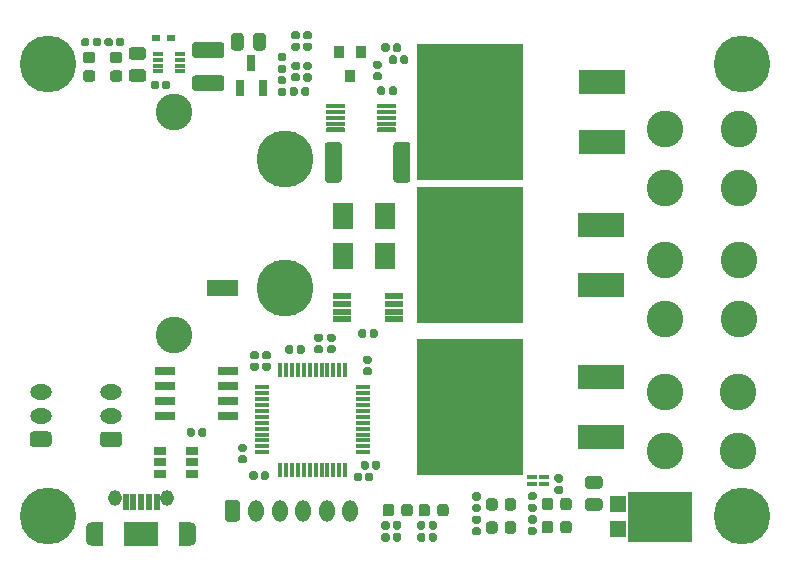
<source format=gbr>
G04 #@! TF.GenerationSoftware,KiCad,Pcbnew,5.1.6-c6e7f7d~87~ubuntu19.10.1*
G04 #@! TF.CreationDate,2021-03-17T15:36:07-04:00*
G04 #@! TF.ProjectId,icarus,69636172-7573-42e6-9b69-6361645f7063,V1.0*
G04 #@! TF.SameCoordinates,Original*
G04 #@! TF.FileFunction,Soldermask,Top*
G04 #@! TF.FilePolarity,Negative*
%FSLAX46Y46*%
G04 Gerber Fmt 4.6, Leading zero omitted, Abs format (unit mm)*
G04 Created by KiCad (PCBNEW 5.1.6-c6e7f7d~87~ubuntu19.10.1) date 2021-03-17 15:36:07*
%MOMM*%
%LPD*%
G01*
G04 APERTURE LIST*
%ADD10R,1.293800X0.404800*%
%ADD11R,0.404800X1.293800*%
%ADD12O,1.300000X1.850000*%
%ADD13R,1.651000X0.711200*%
%ADD14C,4.817600*%
%ADD15C,3.101600*%
%ADD16R,3.910000X2.106600*%
%ADD17R,9.091600X11.606200*%
%ADD18R,0.863600X0.355600*%
%ADD19O,1.150000X1.350000*%
%ADD20R,0.500000X1.450000*%
%ADD21O,1.100000X2.000000*%
%ADD22R,3.000000X2.000000*%
%ADD23R,0.975000X2.000000*%
%ADD24R,1.751000X2.284400*%
%ADD25R,0.800000X0.600000*%
%ADD26C,4.800000*%
%ADD27R,0.901600X1.001600*%
%ADD28R,0.740000X1.440000*%
%ADD29R,0.950000X0.400000*%
%ADD30R,5.410200X4.241800*%
%ADD31R,1.447800X1.447800*%
%ADD32R,1.498600X0.533400*%
%ADD33R,1.100000X0.650000*%
%ADD34O,1.850000X1.300000*%
%ADD35R,1.371600X1.371600*%
G04 APERTURE END LIST*
D10*
G04 #@! TO.C,U2*
X142349999Y-116050000D03*
X142349999Y-115550001D03*
X142349999Y-115049999D03*
X142349999Y-114550000D03*
X142349999Y-114050001D03*
X142349999Y-113550000D03*
X142349999Y-113050000D03*
X142349999Y-112549999D03*
X142349999Y-112050000D03*
X142349999Y-111550001D03*
X142349999Y-111049999D03*
X142349999Y-110550000D03*
D11*
X140850000Y-109050001D03*
X140350001Y-109050001D03*
X139849999Y-109050001D03*
X139350000Y-109050001D03*
X138850001Y-109050001D03*
X138350000Y-109050001D03*
X137850000Y-109050001D03*
X137349999Y-109050001D03*
X136850000Y-109050001D03*
X136350001Y-109050001D03*
X135849999Y-109050001D03*
X135350000Y-109050001D03*
D10*
X133850001Y-110550000D03*
X133850001Y-111049999D03*
X133850001Y-111550001D03*
X133850001Y-112050000D03*
X133850001Y-112549999D03*
X133850001Y-113050000D03*
X133850001Y-113550000D03*
X133850001Y-114050001D03*
X133850001Y-114550000D03*
X133850001Y-115049999D03*
X133850001Y-115550001D03*
X133850001Y-116050000D03*
D11*
X135350000Y-117549999D03*
X135849999Y-117549999D03*
X136350001Y-117549999D03*
X136850000Y-117549999D03*
X137349999Y-117549999D03*
X137850000Y-117549999D03*
X138350000Y-117549999D03*
X138850001Y-117549999D03*
X139350000Y-117549999D03*
X139849999Y-117549999D03*
X140350001Y-117549999D03*
X140850000Y-117549999D03*
G04 #@! TD*
G04 #@! TO.C,J3*
G36*
G01*
X130650000Y-121654168D02*
X130650000Y-120345832D01*
G75*
G02*
X130920832Y-120075000I270832J0D01*
G01*
X131679168Y-120075000D01*
G75*
G02*
X131950000Y-120345832I0J-270832D01*
G01*
X131950000Y-121654168D01*
G75*
G02*
X131679168Y-121925000I-270832J0D01*
G01*
X130920832Y-121925000D01*
G75*
G02*
X130650000Y-121654168I0J270832D01*
G01*
G37*
D12*
X133300000Y-121000000D03*
X135300000Y-121000000D03*
X137300000Y-121000000D03*
X139300000Y-121000000D03*
X141300000Y-121000000D03*
G04 #@! TD*
G04 #@! TO.C,R15*
G36*
G01*
X145235000Y-82627500D02*
X145235000Y-83022500D01*
G75*
G02*
X145062500Y-83195000I-172500J0D01*
G01*
X144717500Y-83195000D01*
G75*
G02*
X144545000Y-83022500I0J172500D01*
G01*
X144545000Y-82627500D01*
G75*
G02*
X144717500Y-82455000I172500J0D01*
G01*
X145062500Y-82455000D01*
G75*
G02*
X145235000Y-82627500I0J-172500D01*
G01*
G37*
G36*
G01*
X146205000Y-82627500D02*
X146205000Y-83022500D01*
G75*
G02*
X146032500Y-83195000I-172500J0D01*
G01*
X145687500Y-83195000D01*
G75*
G02*
X145515000Y-83022500I0J172500D01*
G01*
X145515000Y-82627500D01*
G75*
G02*
X145687500Y-82455000I172500J0D01*
G01*
X146032500Y-82455000D01*
G75*
G02*
X146205000Y-82627500I0J-172500D01*
G01*
G37*
G04 #@! TD*
G04 #@! TO.C,R7*
G36*
G01*
X137472500Y-80405000D02*
X137867500Y-80405000D01*
G75*
G02*
X138040000Y-80577500I0J-172500D01*
G01*
X138040000Y-80922500D01*
G75*
G02*
X137867500Y-81095000I-172500J0D01*
G01*
X137472500Y-81095000D01*
G75*
G02*
X137300000Y-80922500I0J172500D01*
G01*
X137300000Y-80577500D01*
G75*
G02*
X137472500Y-80405000I172500J0D01*
G01*
G37*
G36*
G01*
X137472500Y-81375000D02*
X137867500Y-81375000D01*
G75*
G02*
X138040000Y-81547500I0J-172500D01*
G01*
X138040000Y-81892500D01*
G75*
G02*
X137867500Y-82065000I-172500J0D01*
G01*
X137472500Y-82065000D01*
G75*
G02*
X137300000Y-81892500I0J172500D01*
G01*
X137300000Y-81547500D01*
G75*
G02*
X137472500Y-81375000I172500J0D01*
G01*
G37*
G04 #@! TD*
G04 #@! TO.C,R16*
G36*
G01*
X136867500Y-83685000D02*
X136472500Y-83685000D01*
G75*
G02*
X136300000Y-83512500I0J172500D01*
G01*
X136300000Y-83167500D01*
G75*
G02*
X136472500Y-82995000I172500J0D01*
G01*
X136867500Y-82995000D01*
G75*
G02*
X137040000Y-83167500I0J-172500D01*
G01*
X137040000Y-83512500D01*
G75*
G02*
X136867500Y-83685000I-172500J0D01*
G01*
G37*
G36*
G01*
X136867500Y-84655000D02*
X136472500Y-84655000D01*
G75*
G02*
X136300000Y-84482500I0J172500D01*
G01*
X136300000Y-84137500D01*
G75*
G02*
X136472500Y-83965000I172500J0D01*
G01*
X136867500Y-83965000D01*
G75*
G02*
X137040000Y-84137500I0J-172500D01*
G01*
X137040000Y-84482500D01*
G75*
G02*
X136867500Y-84655000I-172500J0D01*
G01*
G37*
G04 #@! TD*
G04 #@! TO.C,R9*
G36*
G01*
X136857500Y-82065000D02*
X136462500Y-82065000D01*
G75*
G02*
X136290000Y-81892500I0J172500D01*
G01*
X136290000Y-81547500D01*
G75*
G02*
X136462500Y-81375000I172500J0D01*
G01*
X136857500Y-81375000D01*
G75*
G02*
X137030000Y-81547500I0J-172500D01*
G01*
X137030000Y-81892500D01*
G75*
G02*
X136857500Y-82065000I-172500J0D01*
G01*
G37*
G36*
G01*
X136857500Y-81095000D02*
X136462500Y-81095000D01*
G75*
G02*
X136290000Y-80922500I0J172500D01*
G01*
X136290000Y-80577500D01*
G75*
G02*
X136462500Y-80405000I172500J0D01*
G01*
X136857500Y-80405000D01*
G75*
G02*
X137030000Y-80577500I0J-172500D01*
G01*
X137030000Y-80922500D01*
G75*
G02*
X136857500Y-81095000I-172500J0D01*
G01*
G37*
G04 #@! TD*
G04 #@! TO.C,C14*
G36*
G01*
X137130000Y-85707500D02*
X137130000Y-85312500D01*
G75*
G02*
X137302500Y-85140000I172500J0D01*
G01*
X137647500Y-85140000D01*
G75*
G02*
X137820000Y-85312500I0J-172500D01*
G01*
X137820000Y-85707500D01*
G75*
G02*
X137647500Y-85880000I-172500J0D01*
G01*
X137302500Y-85880000D01*
G75*
G02*
X137130000Y-85707500I0J172500D01*
G01*
G37*
G36*
G01*
X136160000Y-85707500D02*
X136160000Y-85312500D01*
G75*
G02*
X136332500Y-85140000I172500J0D01*
G01*
X136677500Y-85140000D01*
G75*
G02*
X136850000Y-85312500I0J-172500D01*
G01*
X136850000Y-85707500D01*
G75*
G02*
X136677500Y-85880000I-172500J0D01*
G01*
X136332500Y-85880000D01*
G75*
G02*
X136160000Y-85707500I0J172500D01*
G01*
G37*
G04 #@! TD*
G04 #@! TO.C,R14*
G36*
G01*
X137472500Y-83000000D02*
X137867500Y-83000000D01*
G75*
G02*
X138040000Y-83172500I0J-172500D01*
G01*
X138040000Y-83517500D01*
G75*
G02*
X137867500Y-83690000I-172500J0D01*
G01*
X137472500Y-83690000D01*
G75*
G02*
X137300000Y-83517500I0J172500D01*
G01*
X137300000Y-83172500D01*
G75*
G02*
X137472500Y-83000000I172500J0D01*
G01*
G37*
G36*
G01*
X137472500Y-83970000D02*
X137867500Y-83970000D01*
G75*
G02*
X138040000Y-84142500I0J-172500D01*
G01*
X138040000Y-84487500D01*
G75*
G02*
X137867500Y-84660000I-172500J0D01*
G01*
X137472500Y-84660000D01*
G75*
G02*
X137300000Y-84487500I0J172500D01*
G01*
X137300000Y-84142500D01*
G75*
G02*
X137472500Y-83970000I172500J0D01*
G01*
G37*
G04 #@! TD*
D13*
G04 #@! TO.C,U3*
X130970000Y-112945000D03*
X130970000Y-111675000D03*
X130970000Y-110405000D03*
X130970000Y-109135000D03*
X125570000Y-109135000D03*
X125570000Y-110405000D03*
X125570000Y-111675000D03*
X125570000Y-112945000D03*
G04 #@! TD*
D14*
G04 #@! TO.C,U4*
X135800000Y-91210000D03*
X135800000Y-102110000D03*
D15*
X126400000Y-106110000D03*
X126400000Y-87210000D03*
G04 #@! TD*
D16*
G04 #@! TO.C,MOSFET5*
X162530399Y-101845000D03*
X162530399Y-96765000D03*
D17*
X151430398Y-99305000D03*
G04 #@! TD*
D16*
G04 #@! TO.C,MOSFET1*
X162505001Y-114765000D03*
X162505001Y-109685000D03*
D17*
X151405000Y-112225000D03*
G04 #@! TD*
D18*
G04 #@! TO.C,U15*
X156694400Y-118170000D03*
X156694400Y-118728800D03*
X157685000Y-118728800D03*
X157685000Y-118170000D03*
G04 #@! TD*
G04 #@! TO.C,C17*
G36*
G01*
X158747500Y-118890000D02*
X159142500Y-118890000D01*
G75*
G02*
X159315000Y-119062500I0J-172500D01*
G01*
X159315000Y-119407500D01*
G75*
G02*
X159142500Y-119580000I-172500J0D01*
G01*
X158747500Y-119580000D01*
G75*
G02*
X158575000Y-119407500I0J172500D01*
G01*
X158575000Y-119062500D01*
G75*
G02*
X158747500Y-118890000I172500J0D01*
G01*
G37*
G36*
G01*
X158747500Y-117920000D02*
X159142500Y-117920000D01*
G75*
G02*
X159315000Y-118092500I0J-172500D01*
G01*
X159315000Y-118437500D01*
G75*
G02*
X159142500Y-118610000I-172500J0D01*
G01*
X158747500Y-118610000D01*
G75*
G02*
X158575000Y-118437500I0J172500D01*
G01*
X158575000Y-118092500D01*
G75*
G02*
X158747500Y-117920000I172500J0D01*
G01*
G37*
G04 #@! TD*
D19*
G04 #@! TO.C,J4*
X121355000Y-119930000D03*
D20*
X122280000Y-120255000D03*
X122930000Y-120255000D03*
X123580000Y-120255000D03*
X124880000Y-120255000D03*
D19*
X125805000Y-119930000D03*
D21*
X119405000Y-122930000D03*
X127755000Y-122930000D03*
D20*
X124230000Y-120255000D03*
D22*
X123580000Y-122930000D03*
D23*
X127317500Y-122930000D03*
X119842500Y-122930000D03*
G04 #@! TD*
G04 #@! TO.C,U8*
G36*
G01*
X139254200Y-86883100D02*
X139254200Y-86596900D01*
G75*
G02*
X139301900Y-86549200I47700J0D01*
G01*
X140778100Y-86549200D01*
G75*
G02*
X140825800Y-86596900I0J-47700D01*
G01*
X140825800Y-86883100D01*
G75*
G02*
X140778100Y-86930800I-47700J0D01*
G01*
X139301900Y-86930800D01*
G75*
G02*
X139254200Y-86883100I0J47700D01*
G01*
G37*
G36*
G01*
X139254200Y-87383100D02*
X139254200Y-87096900D01*
G75*
G02*
X139301900Y-87049200I47700J0D01*
G01*
X140778100Y-87049200D01*
G75*
G02*
X140825800Y-87096900I0J-47700D01*
G01*
X140825800Y-87383100D01*
G75*
G02*
X140778100Y-87430800I-47700J0D01*
G01*
X139301900Y-87430800D01*
G75*
G02*
X139254200Y-87383100I0J47700D01*
G01*
G37*
G36*
G01*
X139254200Y-87883100D02*
X139254200Y-87596900D01*
G75*
G02*
X139301900Y-87549200I47700J0D01*
G01*
X140778100Y-87549200D01*
G75*
G02*
X140825800Y-87596900I0J-47700D01*
G01*
X140825800Y-87883100D01*
G75*
G02*
X140778100Y-87930800I-47700J0D01*
G01*
X139301900Y-87930800D01*
G75*
G02*
X139254200Y-87883100I0J47700D01*
G01*
G37*
G36*
G01*
X139254200Y-88383100D02*
X139254200Y-88096900D01*
G75*
G02*
X139301900Y-88049200I47700J0D01*
G01*
X140778100Y-88049200D01*
G75*
G02*
X140825800Y-88096900I0J-47700D01*
G01*
X140825800Y-88383100D01*
G75*
G02*
X140778100Y-88430800I-47700J0D01*
G01*
X139301900Y-88430800D01*
G75*
G02*
X139254200Y-88383100I0J47700D01*
G01*
G37*
G36*
G01*
X139254200Y-88883100D02*
X139254200Y-88596900D01*
G75*
G02*
X139301900Y-88549200I47700J0D01*
G01*
X140778100Y-88549200D01*
G75*
G02*
X140825800Y-88596900I0J-47700D01*
G01*
X140825800Y-88883100D01*
G75*
G02*
X140778100Y-88930800I-47700J0D01*
G01*
X139301900Y-88930800D01*
G75*
G02*
X139254200Y-88883100I0J47700D01*
G01*
G37*
G36*
G01*
X143554200Y-88883100D02*
X143554200Y-88596900D01*
G75*
G02*
X143601900Y-88549200I47700J0D01*
G01*
X145078100Y-88549200D01*
G75*
G02*
X145125800Y-88596900I0J-47700D01*
G01*
X145125800Y-88883100D01*
G75*
G02*
X145078100Y-88930800I-47700J0D01*
G01*
X143601900Y-88930800D01*
G75*
G02*
X143554200Y-88883100I0J47700D01*
G01*
G37*
G36*
G01*
X143554200Y-88383100D02*
X143554200Y-88096900D01*
G75*
G02*
X143601900Y-88049200I47700J0D01*
G01*
X145078100Y-88049200D01*
G75*
G02*
X145125800Y-88096900I0J-47700D01*
G01*
X145125800Y-88383100D01*
G75*
G02*
X145078100Y-88430800I-47700J0D01*
G01*
X143601900Y-88430800D01*
G75*
G02*
X143554200Y-88383100I0J47700D01*
G01*
G37*
G36*
G01*
X143554200Y-87883100D02*
X143554200Y-87596900D01*
G75*
G02*
X143601900Y-87549200I47700J0D01*
G01*
X145078100Y-87549200D01*
G75*
G02*
X145125800Y-87596900I0J-47700D01*
G01*
X145125800Y-87883100D01*
G75*
G02*
X145078100Y-87930800I-47700J0D01*
G01*
X143601900Y-87930800D01*
G75*
G02*
X143554200Y-87883100I0J47700D01*
G01*
G37*
G36*
G01*
X143554200Y-87383100D02*
X143554200Y-87096900D01*
G75*
G02*
X143601900Y-87049200I47700J0D01*
G01*
X145078100Y-87049200D01*
G75*
G02*
X145125800Y-87096900I0J-47700D01*
G01*
X145125800Y-87383100D01*
G75*
G02*
X145078100Y-87430800I-47700J0D01*
G01*
X143601900Y-87430800D01*
G75*
G02*
X143554200Y-87383100I0J47700D01*
G01*
G37*
G36*
G01*
X143554200Y-86883100D02*
X143554200Y-86596900D01*
G75*
G02*
X143601900Y-86549200I47700J0D01*
G01*
X145078100Y-86549200D01*
G75*
G02*
X145125800Y-86596900I0J-47700D01*
G01*
X145125800Y-86883100D01*
G75*
G02*
X145078100Y-86930800I-47700J0D01*
G01*
X143601900Y-86930800D01*
G75*
G02*
X143554200Y-86883100I0J47700D01*
G01*
G37*
G04 #@! TD*
G04 #@! TO.C,C1*
G36*
G01*
X127440000Y-114557500D02*
X127440000Y-114162500D01*
G75*
G02*
X127612500Y-113990000I172500J0D01*
G01*
X127957500Y-113990000D01*
G75*
G02*
X128130000Y-114162500I0J-172500D01*
G01*
X128130000Y-114557500D01*
G75*
G02*
X127957500Y-114730000I-172500J0D01*
G01*
X127612500Y-114730000D01*
G75*
G02*
X127440000Y-114557500I0J172500D01*
G01*
G37*
G36*
G01*
X128410000Y-114557500D02*
X128410000Y-114162500D01*
G75*
G02*
X128582500Y-113990000I172500J0D01*
G01*
X128927500Y-113990000D01*
G75*
G02*
X129100000Y-114162500I0J-172500D01*
G01*
X129100000Y-114557500D01*
G75*
G02*
X128927500Y-114730000I-172500J0D01*
G01*
X128582500Y-114730000D01*
G75*
G02*
X128410000Y-114557500I0J172500D01*
G01*
G37*
G04 #@! TD*
G04 #@! TO.C,C2*
G36*
G01*
X133060000Y-81781250D02*
X133060000Y-80818750D01*
G75*
G02*
X133328750Y-80550000I268750J0D01*
G01*
X133866250Y-80550000D01*
G75*
G02*
X134135000Y-80818750I0J-268750D01*
G01*
X134135000Y-81781250D01*
G75*
G02*
X133866250Y-82050000I-268750J0D01*
G01*
X133328750Y-82050000D01*
G75*
G02*
X133060000Y-81781250I0J268750D01*
G01*
G37*
G36*
G01*
X131185000Y-81781250D02*
X131185000Y-80818750D01*
G75*
G02*
X131453750Y-80550000I268750J0D01*
G01*
X131991250Y-80550000D01*
G75*
G02*
X132260000Y-80818750I0J-268750D01*
G01*
X132260000Y-81781250D01*
G75*
G02*
X131991250Y-82050000I-268750J0D01*
G01*
X131453750Y-82050000D01*
G75*
G02*
X131185000Y-81781250I0J268750D01*
G01*
G37*
G04 #@! TD*
G04 #@! TO.C,C3*
G36*
G01*
X124385000Y-85147500D02*
X124385000Y-84752500D01*
G75*
G02*
X124557500Y-84580000I172500J0D01*
G01*
X124902500Y-84580000D01*
G75*
G02*
X125075000Y-84752500I0J-172500D01*
G01*
X125075000Y-85147500D01*
G75*
G02*
X124902500Y-85320000I-172500J0D01*
G01*
X124557500Y-85320000D01*
G75*
G02*
X124385000Y-85147500I0J172500D01*
G01*
G37*
G36*
G01*
X125355000Y-85147500D02*
X125355000Y-84752500D01*
G75*
G02*
X125527500Y-84580000I172500J0D01*
G01*
X125872500Y-84580000D01*
G75*
G02*
X126045000Y-84752500I0J-172500D01*
G01*
X126045000Y-85147500D01*
G75*
G02*
X125872500Y-85320000I-172500J0D01*
G01*
X125527500Y-85320000D01*
G75*
G02*
X125355000Y-85147500I0J172500D01*
G01*
G37*
G04 #@! TD*
G04 #@! TO.C,C4*
G36*
G01*
X123741250Y-84695000D02*
X122778750Y-84695000D01*
G75*
G02*
X122510000Y-84426250I0J268750D01*
G01*
X122510000Y-83888750D01*
G75*
G02*
X122778750Y-83620000I268750J0D01*
G01*
X123741250Y-83620000D01*
G75*
G02*
X124010000Y-83888750I0J-268750D01*
G01*
X124010000Y-84426250D01*
G75*
G02*
X123741250Y-84695000I-268750J0D01*
G01*
G37*
G36*
G01*
X123741250Y-82820000D02*
X122778750Y-82820000D01*
G75*
G02*
X122510000Y-82551250I0J268750D01*
G01*
X122510000Y-82013750D01*
G75*
G02*
X122778750Y-81745000I268750J0D01*
G01*
X123741250Y-81745000D01*
G75*
G02*
X124010000Y-82013750I0J-268750D01*
G01*
X124010000Y-82551250D01*
G75*
G02*
X123741250Y-82820000I-268750J0D01*
G01*
G37*
G04 #@! TD*
G04 #@! TO.C,C6*
G36*
G01*
X144260000Y-85252500D02*
X144260000Y-85647500D01*
G75*
G02*
X144087500Y-85820000I-172500J0D01*
G01*
X143742500Y-85820000D01*
G75*
G02*
X143570000Y-85647500I0J172500D01*
G01*
X143570000Y-85252500D01*
G75*
G02*
X143742500Y-85080000I172500J0D01*
G01*
X144087500Y-85080000D01*
G75*
G02*
X144260000Y-85252500I0J-172500D01*
G01*
G37*
G36*
G01*
X145230000Y-85252500D02*
X145230000Y-85647500D01*
G75*
G02*
X145057500Y-85820000I-172500J0D01*
G01*
X144712500Y-85820000D01*
G75*
G02*
X144540000Y-85647500I0J172500D01*
G01*
X144540000Y-85252500D01*
G75*
G02*
X144712500Y-85080000I172500J0D01*
G01*
X145057500Y-85080000D01*
G75*
G02*
X145230000Y-85252500I0J-172500D01*
G01*
G37*
G04 #@! TD*
G04 #@! TO.C,C7*
G36*
G01*
X161418750Y-118062500D02*
X162381250Y-118062500D01*
G75*
G02*
X162650000Y-118331250I0J-268750D01*
G01*
X162650000Y-118868750D01*
G75*
G02*
X162381250Y-119137500I-268750J0D01*
G01*
X161418750Y-119137500D01*
G75*
G02*
X161150000Y-118868750I0J268750D01*
G01*
X161150000Y-118331250D01*
G75*
G02*
X161418750Y-118062500I268750J0D01*
G01*
G37*
G36*
G01*
X161418750Y-119937500D02*
X162381250Y-119937500D01*
G75*
G02*
X162650000Y-120206250I0J-268750D01*
G01*
X162650000Y-120743750D01*
G75*
G02*
X162381250Y-121012500I-268750J0D01*
G01*
X161418750Y-121012500D01*
G75*
G02*
X161150000Y-120743750I0J268750D01*
G01*
X161150000Y-120206250D01*
G75*
G02*
X161418750Y-119937500I268750J0D01*
G01*
G37*
G04 #@! TD*
G04 #@! TO.C,C8*
G36*
G01*
X136755000Y-107547500D02*
X136755000Y-107152500D01*
G75*
G02*
X136927500Y-106980000I172500J0D01*
G01*
X137272500Y-106980000D01*
G75*
G02*
X137445000Y-107152500I0J-172500D01*
G01*
X137445000Y-107547500D01*
G75*
G02*
X137272500Y-107720000I-172500J0D01*
G01*
X136927500Y-107720000D01*
G75*
G02*
X136755000Y-107547500I0J172500D01*
G01*
G37*
G36*
G01*
X135785000Y-107547500D02*
X135785000Y-107152500D01*
G75*
G02*
X135957500Y-106980000I172500J0D01*
G01*
X136302500Y-106980000D01*
G75*
G02*
X136475000Y-107152500I0J-172500D01*
G01*
X136475000Y-107547500D01*
G75*
G02*
X136302500Y-107720000I-172500J0D01*
G01*
X135957500Y-107720000D01*
G75*
G02*
X135785000Y-107547500I0J172500D01*
G01*
G37*
G04 #@! TD*
G04 #@! TO.C,C9*
G36*
G01*
X143135000Y-117337500D02*
X143135000Y-116942500D01*
G75*
G02*
X143307500Y-116770000I172500J0D01*
G01*
X143652500Y-116770000D01*
G75*
G02*
X143825000Y-116942500I0J-172500D01*
G01*
X143825000Y-117337500D01*
G75*
G02*
X143652500Y-117510000I-172500J0D01*
G01*
X143307500Y-117510000D01*
G75*
G02*
X143135000Y-117337500I0J172500D01*
G01*
G37*
G36*
G01*
X142165000Y-117337500D02*
X142165000Y-116942500D01*
G75*
G02*
X142337500Y-116770000I172500J0D01*
G01*
X142682500Y-116770000D01*
G75*
G02*
X142855000Y-116942500I0J-172500D01*
G01*
X142855000Y-117337500D01*
G75*
G02*
X142682500Y-117510000I-172500J0D01*
G01*
X142337500Y-117510000D01*
G75*
G02*
X142165000Y-117337500I0J172500D01*
G01*
G37*
G04 #@! TD*
G04 #@! TO.C,C10*
G36*
G01*
X134397500Y-109145000D02*
X134002500Y-109145000D01*
G75*
G02*
X133830000Y-108972500I0J172500D01*
G01*
X133830000Y-108627500D01*
G75*
G02*
X134002500Y-108455000I172500J0D01*
G01*
X134397500Y-108455000D01*
G75*
G02*
X134570000Y-108627500I0J-172500D01*
G01*
X134570000Y-108972500D01*
G75*
G02*
X134397500Y-109145000I-172500J0D01*
G01*
G37*
G36*
G01*
X134397500Y-108175000D02*
X134002500Y-108175000D01*
G75*
G02*
X133830000Y-108002500I0J172500D01*
G01*
X133830000Y-107657500D01*
G75*
G02*
X134002500Y-107485000I172500J0D01*
G01*
X134397500Y-107485000D01*
G75*
G02*
X134570000Y-107657500I0J-172500D01*
G01*
X134570000Y-108002500D01*
G75*
G02*
X134397500Y-108175000I-172500J0D01*
G01*
G37*
G04 #@! TD*
G04 #@! TO.C,C11*
G36*
G01*
X133377500Y-108175000D02*
X132982500Y-108175000D01*
G75*
G02*
X132810000Y-108002500I0J172500D01*
G01*
X132810000Y-107657500D01*
G75*
G02*
X132982500Y-107485000I172500J0D01*
G01*
X133377500Y-107485000D01*
G75*
G02*
X133550000Y-107657500I0J-172500D01*
G01*
X133550000Y-108002500D01*
G75*
G02*
X133377500Y-108175000I-172500J0D01*
G01*
G37*
G36*
G01*
X133377500Y-109145000D02*
X132982500Y-109145000D01*
G75*
G02*
X132810000Y-108972500I0J172500D01*
G01*
X132810000Y-108627500D01*
G75*
G02*
X132982500Y-108455000I172500J0D01*
G01*
X133377500Y-108455000D01*
G75*
G02*
X133550000Y-108627500I0J-172500D01*
G01*
X133550000Y-108972500D01*
G75*
G02*
X133377500Y-109145000I-172500J0D01*
G01*
G37*
G04 #@! TD*
G04 #@! TO.C,C12*
G36*
G01*
X132357500Y-117000000D02*
X131962500Y-117000000D01*
G75*
G02*
X131790000Y-116827500I0J172500D01*
G01*
X131790000Y-116482500D01*
G75*
G02*
X131962500Y-116310000I172500J0D01*
G01*
X132357500Y-116310000D01*
G75*
G02*
X132530000Y-116482500I0J-172500D01*
G01*
X132530000Y-116827500D01*
G75*
G02*
X132357500Y-117000000I-172500J0D01*
G01*
G37*
G36*
G01*
X132357500Y-116030000D02*
X131962500Y-116030000D01*
G75*
G02*
X131790000Y-115857500I0J172500D01*
G01*
X131790000Y-115512500D01*
G75*
G02*
X131962500Y-115340000I172500J0D01*
G01*
X132357500Y-115340000D01*
G75*
G02*
X132530000Y-115512500I0J-172500D01*
G01*
X132530000Y-115857500D01*
G75*
G02*
X132357500Y-116030000I-172500J0D01*
G01*
G37*
G04 #@! TD*
G04 #@! TO.C,C13*
G36*
G01*
X141565000Y-118337500D02*
X141565000Y-117942500D01*
G75*
G02*
X141737500Y-117770000I172500J0D01*
G01*
X142082500Y-117770000D01*
G75*
G02*
X142255000Y-117942500I0J-172500D01*
G01*
X142255000Y-118337500D01*
G75*
G02*
X142082500Y-118510000I-172500J0D01*
G01*
X141737500Y-118510000D01*
G75*
G02*
X141565000Y-118337500I0J172500D01*
G01*
G37*
G36*
G01*
X142535000Y-118337500D02*
X142535000Y-117942500D01*
G75*
G02*
X142707500Y-117770000I172500J0D01*
G01*
X143052500Y-117770000D01*
G75*
G02*
X143225000Y-117942500I0J-172500D01*
G01*
X143225000Y-118337500D01*
G75*
G02*
X143052500Y-118510000I-172500J0D01*
G01*
X142707500Y-118510000D01*
G75*
G02*
X142535000Y-118337500I0J172500D01*
G01*
G37*
G04 #@! TD*
G04 #@! TO.C,C15*
G36*
G01*
X141950000Y-106187500D02*
X141950000Y-105792500D01*
G75*
G02*
X142122500Y-105620000I172500J0D01*
G01*
X142467500Y-105620000D01*
G75*
G02*
X142640000Y-105792500I0J-172500D01*
G01*
X142640000Y-106187500D01*
G75*
G02*
X142467500Y-106360000I-172500J0D01*
G01*
X142122500Y-106360000D01*
G75*
G02*
X141950000Y-106187500I0J172500D01*
G01*
G37*
G36*
G01*
X142920000Y-106187500D02*
X142920000Y-105792500D01*
G75*
G02*
X143092500Y-105620000I172500J0D01*
G01*
X143437500Y-105620000D01*
G75*
G02*
X143610000Y-105792500I0J-172500D01*
G01*
X143610000Y-106187500D01*
G75*
G02*
X143437500Y-106360000I-172500J0D01*
G01*
X143092500Y-106360000D01*
G75*
G02*
X142920000Y-106187500I0J172500D01*
G01*
G37*
G04 #@! TD*
G04 #@! TO.C,C16*
G36*
G01*
X139872500Y-107665000D02*
X139477500Y-107665000D01*
G75*
G02*
X139305000Y-107492500I0J172500D01*
G01*
X139305000Y-107147500D01*
G75*
G02*
X139477500Y-106975000I172500J0D01*
G01*
X139872500Y-106975000D01*
G75*
G02*
X140045000Y-107147500I0J-172500D01*
G01*
X140045000Y-107492500D01*
G75*
G02*
X139872500Y-107665000I-172500J0D01*
G01*
G37*
G36*
G01*
X139872500Y-106695000D02*
X139477500Y-106695000D01*
G75*
G02*
X139305000Y-106522500I0J172500D01*
G01*
X139305000Y-106177500D01*
G75*
G02*
X139477500Y-106005000I172500J0D01*
G01*
X139872500Y-106005000D01*
G75*
G02*
X140045000Y-106177500I0J-172500D01*
G01*
X140045000Y-106522500D01*
G75*
G02*
X139872500Y-106695000I-172500J0D01*
G01*
G37*
G04 #@! TD*
G04 #@! TO.C,C18*
G36*
G01*
X147925000Y-123447500D02*
X147925000Y-123052500D01*
G75*
G02*
X148097500Y-122880000I172500J0D01*
G01*
X148442500Y-122880000D01*
G75*
G02*
X148615000Y-123052500I0J-172500D01*
G01*
X148615000Y-123447500D01*
G75*
G02*
X148442500Y-123620000I-172500J0D01*
G01*
X148097500Y-123620000D01*
G75*
G02*
X147925000Y-123447500I0J172500D01*
G01*
G37*
G36*
G01*
X146955000Y-123447500D02*
X146955000Y-123052500D01*
G75*
G02*
X147127500Y-122880000I172500J0D01*
G01*
X147472500Y-122880000D01*
G75*
G02*
X147645000Y-123052500I0J-172500D01*
G01*
X147645000Y-123447500D01*
G75*
G02*
X147472500Y-123620000I-172500J0D01*
G01*
X147127500Y-123620000D01*
G75*
G02*
X146955000Y-123447500I0J172500D01*
G01*
G37*
G04 #@! TD*
G04 #@! TO.C,C19*
G36*
G01*
X144890000Y-123437500D02*
X144890000Y-123042500D01*
G75*
G02*
X145062500Y-122870000I172500J0D01*
G01*
X145407500Y-122870000D01*
G75*
G02*
X145580000Y-123042500I0J-172500D01*
G01*
X145580000Y-123437500D01*
G75*
G02*
X145407500Y-123610000I-172500J0D01*
G01*
X145062500Y-123610000D01*
G75*
G02*
X144890000Y-123437500I0J172500D01*
G01*
G37*
G36*
G01*
X143920000Y-123437500D02*
X143920000Y-123042500D01*
G75*
G02*
X144092500Y-122870000I172500J0D01*
G01*
X144437500Y-122870000D01*
G75*
G02*
X144610000Y-123042500I0J-172500D01*
G01*
X144610000Y-123437500D01*
G75*
G02*
X144437500Y-123610000I-172500J0D01*
G01*
X144092500Y-123610000D01*
G75*
G02*
X143920000Y-123437500I0J172500D01*
G01*
G37*
G04 #@! TD*
D24*
G04 #@! TO.C,CR1*
X144190000Y-96068200D03*
X144190000Y-99471800D03*
G04 #@! TD*
G04 #@! TO.C,CR2*
X140700000Y-99451800D03*
X140700000Y-96048200D03*
G04 #@! TD*
D25*
G04 #@! TO.C,D1*
X124840000Y-81010000D03*
X126140000Y-81010000D03*
G04 #@! TD*
G04 #@! TO.C,D2*
G36*
G01*
X121188750Y-83712500D02*
X121751250Y-83712500D01*
G75*
G02*
X121995000Y-83956250I0J-243750D01*
G01*
X121995000Y-84443750D01*
G75*
G02*
X121751250Y-84687500I-243750J0D01*
G01*
X121188750Y-84687500D01*
G75*
G02*
X120945000Y-84443750I0J243750D01*
G01*
X120945000Y-83956250D01*
G75*
G02*
X121188750Y-83712500I243750J0D01*
G01*
G37*
G36*
G01*
X121188750Y-82137500D02*
X121751250Y-82137500D01*
G75*
G02*
X121995000Y-82381250I0J-243750D01*
G01*
X121995000Y-82868750D01*
G75*
G02*
X121751250Y-83112500I-243750J0D01*
G01*
X121188750Y-83112500D01*
G75*
G02*
X120945000Y-82868750I0J243750D01*
G01*
X120945000Y-82381250D01*
G75*
G02*
X121188750Y-82137500I243750J0D01*
G01*
G37*
G04 #@! TD*
G04 #@! TO.C,D3*
G36*
G01*
X118898750Y-83712500D02*
X119461250Y-83712500D01*
G75*
G02*
X119705000Y-83956250I0J-243750D01*
G01*
X119705000Y-84443750D01*
G75*
G02*
X119461250Y-84687500I-243750J0D01*
G01*
X118898750Y-84687500D01*
G75*
G02*
X118655000Y-84443750I0J243750D01*
G01*
X118655000Y-83956250D01*
G75*
G02*
X118898750Y-83712500I243750J0D01*
G01*
G37*
G36*
G01*
X118898750Y-82137500D02*
X119461250Y-82137500D01*
G75*
G02*
X119705000Y-82381250I0J-243750D01*
G01*
X119705000Y-82868750D01*
G75*
G02*
X119461250Y-83112500I-243750J0D01*
G01*
X118898750Y-83112500D01*
G75*
G02*
X118655000Y-82868750I0J243750D01*
G01*
X118655000Y-82381250D01*
G75*
G02*
X118898750Y-82137500I243750J0D01*
G01*
G37*
G04 #@! TD*
G04 #@! TO.C,D4*
G36*
G01*
X157487500Y-122671250D02*
X157487500Y-122108750D01*
G75*
G02*
X157731250Y-121865000I243750J0D01*
G01*
X158218750Y-121865000D01*
G75*
G02*
X158462500Y-122108750I0J-243750D01*
G01*
X158462500Y-122671250D01*
G75*
G02*
X158218750Y-122915000I-243750J0D01*
G01*
X157731250Y-122915000D01*
G75*
G02*
X157487500Y-122671250I0J243750D01*
G01*
G37*
G36*
G01*
X159062500Y-122671250D02*
X159062500Y-122108750D01*
G75*
G02*
X159306250Y-121865000I243750J0D01*
G01*
X159793750Y-121865000D01*
G75*
G02*
X160037500Y-122108750I0J-243750D01*
G01*
X160037500Y-122671250D01*
G75*
G02*
X159793750Y-122915000I-243750J0D01*
G01*
X159306250Y-122915000D01*
G75*
G02*
X159062500Y-122671250I0J243750D01*
G01*
G37*
G04 #@! TD*
G04 #@! TO.C,D5*
G36*
G01*
X157482500Y-120711250D02*
X157482500Y-120148750D01*
G75*
G02*
X157726250Y-119905000I243750J0D01*
G01*
X158213750Y-119905000D01*
G75*
G02*
X158457500Y-120148750I0J-243750D01*
G01*
X158457500Y-120711250D01*
G75*
G02*
X158213750Y-120955000I-243750J0D01*
G01*
X157726250Y-120955000D01*
G75*
G02*
X157482500Y-120711250I0J243750D01*
G01*
G37*
G36*
G01*
X159057500Y-120711250D02*
X159057500Y-120148750D01*
G75*
G02*
X159301250Y-119905000I243750J0D01*
G01*
X159788750Y-119905000D01*
G75*
G02*
X160032500Y-120148750I0J-243750D01*
G01*
X160032500Y-120711250D01*
G75*
G02*
X159788750Y-120955000I-243750J0D01*
G01*
X159301250Y-120955000D01*
G75*
G02*
X159057500Y-120711250I0J243750D01*
G01*
G37*
G04 #@! TD*
G04 #@! TO.C,D6*
G36*
G01*
X152782500Y-122701250D02*
X152782500Y-122138750D01*
G75*
G02*
X153026250Y-121895000I243750J0D01*
G01*
X153513750Y-121895000D01*
G75*
G02*
X153757500Y-122138750I0J-243750D01*
G01*
X153757500Y-122701250D01*
G75*
G02*
X153513750Y-122945000I-243750J0D01*
G01*
X153026250Y-122945000D01*
G75*
G02*
X152782500Y-122701250I0J243750D01*
G01*
G37*
G36*
G01*
X154357500Y-122701250D02*
X154357500Y-122138750D01*
G75*
G02*
X154601250Y-121895000I243750J0D01*
G01*
X155088750Y-121895000D01*
G75*
G02*
X155332500Y-122138750I0J-243750D01*
G01*
X155332500Y-122701250D01*
G75*
G02*
X155088750Y-122945000I-243750J0D01*
G01*
X154601250Y-122945000D01*
G75*
G02*
X154357500Y-122701250I0J243750D01*
G01*
G37*
G04 #@! TD*
G04 #@! TO.C,D7*
G36*
G01*
X154352500Y-120741250D02*
X154352500Y-120178750D01*
G75*
G02*
X154596250Y-119935000I243750J0D01*
G01*
X155083750Y-119935000D01*
G75*
G02*
X155327500Y-120178750I0J-243750D01*
G01*
X155327500Y-120741250D01*
G75*
G02*
X155083750Y-120985000I-243750J0D01*
G01*
X154596250Y-120985000D01*
G75*
G02*
X154352500Y-120741250I0J243750D01*
G01*
G37*
G36*
G01*
X152777500Y-120741250D02*
X152777500Y-120178750D01*
G75*
G02*
X153021250Y-119935000I243750J0D01*
G01*
X153508750Y-119935000D01*
G75*
G02*
X153752500Y-120178750I0J-243750D01*
G01*
X153752500Y-120741250D01*
G75*
G02*
X153508750Y-120985000I-243750J0D01*
G01*
X153021250Y-120985000D01*
G75*
G02*
X152777500Y-120741250I0J243750D01*
G01*
G37*
G04 #@! TD*
D26*
G04 #@! TO.C,H1*
X115720000Y-121410000D03*
G04 #@! TD*
G04 #@! TO.C,H2*
X174465000Y-83160000D03*
G04 #@! TD*
G04 #@! TO.C,H3*
X174465000Y-121420000D03*
G04 #@! TD*
G04 #@! TO.C,H4*
X115720000Y-83160000D03*
G04 #@! TD*
G04 #@! TO.C,L1*
G36*
G01*
X128155000Y-81325000D02*
X130365000Y-81325000D01*
G75*
G02*
X130635000Y-81595000I0J-270000D01*
G01*
X130635000Y-82405000D01*
G75*
G02*
X130365000Y-82675000I-270000J0D01*
G01*
X128155000Y-82675000D01*
G75*
G02*
X127885000Y-82405000I0J270000D01*
G01*
X127885000Y-81595000D01*
G75*
G02*
X128155000Y-81325000I270000J0D01*
G01*
G37*
G36*
G01*
X128155000Y-84125000D02*
X130365000Y-84125000D01*
G75*
G02*
X130635000Y-84395000I0J-270000D01*
G01*
X130635000Y-85205000D01*
G75*
G02*
X130365000Y-85475000I-270000J0D01*
G01*
X128155000Y-85475000D01*
G75*
G02*
X127885000Y-85205000I0J270000D01*
G01*
X127885000Y-84395000D01*
G75*
G02*
X128155000Y-84125000I270000J0D01*
G01*
G37*
G04 #@! TD*
D27*
G04 #@! TO.C,MOSFET2*
X142200000Y-82200000D03*
X140300000Y-82200000D03*
X141250000Y-84200000D03*
G04 #@! TD*
D17*
G04 #@! TO.C,MOSFET3*
X151460398Y-87200000D03*
D16*
X162560399Y-84660000D03*
X162560399Y-89740000D03*
G04 #@! TD*
D28*
G04 #@! TO.C,MOSFET4*
X132910000Y-83100000D03*
X133860000Y-85200000D03*
X131960000Y-85200000D03*
G04 #@! TD*
G04 #@! TO.C,R2*
G36*
G01*
X143382500Y-83880000D02*
X143777500Y-83880000D01*
G75*
G02*
X143950000Y-84052500I0J-172500D01*
G01*
X143950000Y-84397500D01*
G75*
G02*
X143777500Y-84570000I-172500J0D01*
G01*
X143382500Y-84570000D01*
G75*
G02*
X143210000Y-84397500I0J172500D01*
G01*
X143210000Y-84052500D01*
G75*
G02*
X143382500Y-83880000I172500J0D01*
G01*
G37*
G36*
G01*
X143382500Y-82910000D02*
X143777500Y-82910000D01*
G75*
G02*
X143950000Y-83082500I0J-172500D01*
G01*
X143950000Y-83427500D01*
G75*
G02*
X143777500Y-83600000I-172500J0D01*
G01*
X143382500Y-83600000D01*
G75*
G02*
X143210000Y-83427500I0J172500D01*
G01*
X143210000Y-83082500D01*
G75*
G02*
X143382500Y-82910000I172500J0D01*
G01*
G37*
G04 #@! TD*
G04 #@! TO.C,R3*
G36*
G01*
X135302500Y-82255000D02*
X135697500Y-82255000D01*
G75*
G02*
X135870000Y-82427500I0J-172500D01*
G01*
X135870000Y-82772500D01*
G75*
G02*
X135697500Y-82945000I-172500J0D01*
G01*
X135302500Y-82945000D01*
G75*
G02*
X135130000Y-82772500I0J172500D01*
G01*
X135130000Y-82427500D01*
G75*
G02*
X135302500Y-82255000I172500J0D01*
G01*
G37*
G36*
G01*
X135302500Y-83225000D02*
X135697500Y-83225000D01*
G75*
G02*
X135870000Y-83397500I0J-172500D01*
G01*
X135870000Y-83742500D01*
G75*
G02*
X135697500Y-83915000I-172500J0D01*
G01*
X135302500Y-83915000D01*
G75*
G02*
X135130000Y-83742500I0J172500D01*
G01*
X135130000Y-83397500D01*
G75*
G02*
X135302500Y-83225000I172500J0D01*
G01*
G37*
G04 #@! TD*
G04 #@! TO.C,R4*
G36*
G01*
X122135000Y-81122500D02*
X122135000Y-81517500D01*
G75*
G02*
X121962500Y-81690000I-172500J0D01*
G01*
X121617500Y-81690000D01*
G75*
G02*
X121445000Y-81517500I0J172500D01*
G01*
X121445000Y-81122500D01*
G75*
G02*
X121617500Y-80950000I172500J0D01*
G01*
X121962500Y-80950000D01*
G75*
G02*
X122135000Y-81122500I0J-172500D01*
G01*
G37*
G36*
G01*
X121165000Y-81122500D02*
X121165000Y-81517500D01*
G75*
G02*
X120992500Y-81690000I-172500J0D01*
G01*
X120647500Y-81690000D01*
G75*
G02*
X120475000Y-81517500I0J172500D01*
G01*
X120475000Y-81122500D01*
G75*
G02*
X120647500Y-80950000I172500J0D01*
G01*
X120992500Y-80950000D01*
G75*
G02*
X121165000Y-81122500I0J-172500D01*
G01*
G37*
G04 #@! TD*
G04 #@! TO.C,R5*
G36*
G01*
X119485000Y-81517500D02*
X119485000Y-81122500D01*
G75*
G02*
X119657500Y-80950000I172500J0D01*
G01*
X120002500Y-80950000D01*
G75*
G02*
X120175000Y-81122500I0J-172500D01*
G01*
X120175000Y-81517500D01*
G75*
G02*
X120002500Y-81690000I-172500J0D01*
G01*
X119657500Y-81690000D01*
G75*
G02*
X119485000Y-81517500I0J172500D01*
G01*
G37*
G36*
G01*
X118515000Y-81517500D02*
X118515000Y-81122500D01*
G75*
G02*
X118687500Y-80950000I172500J0D01*
G01*
X119032500Y-80950000D01*
G75*
G02*
X119205000Y-81122500I0J-172500D01*
G01*
X119205000Y-81517500D01*
G75*
G02*
X119032500Y-81690000I-172500J0D01*
G01*
X118687500Y-81690000D01*
G75*
G02*
X118515000Y-81517500I0J172500D01*
G01*
G37*
G04 #@! TD*
G04 #@! TO.C,R6*
G36*
G01*
X144890000Y-81997500D02*
X144890000Y-81602500D01*
G75*
G02*
X145062500Y-81430000I172500J0D01*
G01*
X145407500Y-81430000D01*
G75*
G02*
X145580000Y-81602500I0J-172500D01*
G01*
X145580000Y-81997500D01*
G75*
G02*
X145407500Y-82170000I-172500J0D01*
G01*
X145062500Y-82170000D01*
G75*
G02*
X144890000Y-81997500I0J172500D01*
G01*
G37*
G36*
G01*
X143920000Y-81997500D02*
X143920000Y-81602500D01*
G75*
G02*
X144092500Y-81430000I172500J0D01*
G01*
X144437500Y-81430000D01*
G75*
G02*
X144610000Y-81602500I0J-172500D01*
G01*
X144610000Y-81997500D01*
G75*
G02*
X144437500Y-82170000I-172500J0D01*
G01*
X144092500Y-82170000D01*
G75*
G02*
X143920000Y-81997500I0J172500D01*
G01*
G37*
G04 #@! TD*
G04 #@! TO.C,R8*
G36*
G01*
X135302500Y-85190000D02*
X135697500Y-85190000D01*
G75*
G02*
X135870000Y-85362500I0J-172500D01*
G01*
X135870000Y-85707500D01*
G75*
G02*
X135697500Y-85880000I-172500J0D01*
G01*
X135302500Y-85880000D01*
G75*
G02*
X135130000Y-85707500I0J172500D01*
G01*
X135130000Y-85362500D01*
G75*
G02*
X135302500Y-85190000I172500J0D01*
G01*
G37*
G36*
G01*
X135302500Y-84220000D02*
X135697500Y-84220000D01*
G75*
G02*
X135870000Y-84392500I0J-172500D01*
G01*
X135870000Y-84737500D01*
G75*
G02*
X135697500Y-84910000I-172500J0D01*
G01*
X135302500Y-84910000D01*
G75*
G02*
X135130000Y-84737500I0J172500D01*
G01*
X135130000Y-84392500D01*
G75*
G02*
X135302500Y-84220000I172500J0D01*
G01*
G37*
G04 #@! TD*
G04 #@! TO.C,R10*
G36*
G01*
X156492500Y-121395000D02*
X156887500Y-121395000D01*
G75*
G02*
X157060000Y-121567500I0J-172500D01*
G01*
X157060000Y-121912500D01*
G75*
G02*
X156887500Y-122085000I-172500J0D01*
G01*
X156492500Y-122085000D01*
G75*
G02*
X156320000Y-121912500I0J172500D01*
G01*
X156320000Y-121567500D01*
G75*
G02*
X156492500Y-121395000I172500J0D01*
G01*
G37*
G36*
G01*
X156492500Y-122365000D02*
X156887500Y-122365000D01*
G75*
G02*
X157060000Y-122537500I0J-172500D01*
G01*
X157060000Y-122882500D01*
G75*
G02*
X156887500Y-123055000I-172500J0D01*
G01*
X156492500Y-123055000D01*
G75*
G02*
X156320000Y-122882500I0J172500D01*
G01*
X156320000Y-122537500D01*
G75*
G02*
X156492500Y-122365000I172500J0D01*
G01*
G37*
G04 #@! TD*
G04 #@! TO.C,R11*
G36*
G01*
X156492500Y-119425000D02*
X156887500Y-119425000D01*
G75*
G02*
X157060000Y-119597500I0J-172500D01*
G01*
X157060000Y-119942500D01*
G75*
G02*
X156887500Y-120115000I-172500J0D01*
G01*
X156492500Y-120115000D01*
G75*
G02*
X156320000Y-119942500I0J172500D01*
G01*
X156320000Y-119597500D01*
G75*
G02*
X156492500Y-119425000I172500J0D01*
G01*
G37*
G36*
G01*
X156492500Y-120395000D02*
X156887500Y-120395000D01*
G75*
G02*
X157060000Y-120567500I0J-172500D01*
G01*
X157060000Y-120912500D01*
G75*
G02*
X156887500Y-121085000I-172500J0D01*
G01*
X156492500Y-121085000D01*
G75*
G02*
X156320000Y-120912500I0J172500D01*
G01*
X156320000Y-120567500D01*
G75*
G02*
X156492500Y-120395000I172500J0D01*
G01*
G37*
G04 #@! TD*
G04 #@! TO.C,R12*
G36*
G01*
X151772500Y-121425000D02*
X152167500Y-121425000D01*
G75*
G02*
X152340000Y-121597500I0J-172500D01*
G01*
X152340000Y-121942500D01*
G75*
G02*
X152167500Y-122115000I-172500J0D01*
G01*
X151772500Y-122115000D01*
G75*
G02*
X151600000Y-121942500I0J172500D01*
G01*
X151600000Y-121597500D01*
G75*
G02*
X151772500Y-121425000I172500J0D01*
G01*
G37*
G36*
G01*
X151772500Y-122395000D02*
X152167500Y-122395000D01*
G75*
G02*
X152340000Y-122567500I0J-172500D01*
G01*
X152340000Y-122912500D01*
G75*
G02*
X152167500Y-123085000I-172500J0D01*
G01*
X151772500Y-123085000D01*
G75*
G02*
X151600000Y-122912500I0J172500D01*
G01*
X151600000Y-122567500D01*
G75*
G02*
X151772500Y-122395000I172500J0D01*
G01*
G37*
G04 #@! TD*
G04 #@! TO.C,R13*
G36*
G01*
X151772500Y-119455000D02*
X152167500Y-119455000D01*
G75*
G02*
X152340000Y-119627500I0J-172500D01*
G01*
X152340000Y-119972500D01*
G75*
G02*
X152167500Y-120145000I-172500J0D01*
G01*
X151772500Y-120145000D01*
G75*
G02*
X151600000Y-119972500I0J172500D01*
G01*
X151600000Y-119627500D01*
G75*
G02*
X151772500Y-119455000I172500J0D01*
G01*
G37*
G36*
G01*
X151772500Y-120425000D02*
X152167500Y-120425000D01*
G75*
G02*
X152340000Y-120597500I0J-172500D01*
G01*
X152340000Y-120942500D01*
G75*
G02*
X152167500Y-121115000I-172500J0D01*
G01*
X151772500Y-121115000D01*
G75*
G02*
X151600000Y-120942500I0J172500D01*
G01*
X151600000Y-120597500D01*
G75*
G02*
X151772500Y-120425000I172500J0D01*
G01*
G37*
G04 #@! TD*
G04 #@! TO.C,R19*
G36*
G01*
X149612500Y-120668750D02*
X149612500Y-121231250D01*
G75*
G02*
X149368750Y-121475000I-243750J0D01*
G01*
X148881250Y-121475000D01*
G75*
G02*
X148637500Y-121231250I0J243750D01*
G01*
X148637500Y-120668750D01*
G75*
G02*
X148881250Y-120425000I243750J0D01*
G01*
X149368750Y-120425000D01*
G75*
G02*
X149612500Y-120668750I0J-243750D01*
G01*
G37*
G36*
G01*
X148037500Y-120668750D02*
X148037500Y-121231250D01*
G75*
G02*
X147793750Y-121475000I-243750J0D01*
G01*
X147306250Y-121475000D01*
G75*
G02*
X147062500Y-121231250I0J243750D01*
G01*
X147062500Y-120668750D01*
G75*
G02*
X147306250Y-120425000I243750J0D01*
G01*
X147793750Y-120425000D01*
G75*
G02*
X148037500Y-120668750I0J-243750D01*
G01*
G37*
G04 #@! TD*
G04 #@! TO.C,R20*
G36*
G01*
X144997500Y-120668750D02*
X144997500Y-121231250D01*
G75*
G02*
X144753750Y-121475000I-243750J0D01*
G01*
X144266250Y-121475000D01*
G75*
G02*
X144022500Y-121231250I0J243750D01*
G01*
X144022500Y-120668750D01*
G75*
G02*
X144266250Y-120425000I243750J0D01*
G01*
X144753750Y-120425000D01*
G75*
G02*
X144997500Y-120668750I0J-243750D01*
G01*
G37*
G36*
G01*
X146572500Y-120668750D02*
X146572500Y-121231250D01*
G75*
G02*
X146328750Y-121475000I-243750J0D01*
G01*
X145841250Y-121475000D01*
G75*
G02*
X145597500Y-121231250I0J243750D01*
G01*
X145597500Y-120668750D01*
G75*
G02*
X145841250Y-120425000I243750J0D01*
G01*
X146328750Y-120425000D01*
G75*
G02*
X146572500Y-120668750I0J-243750D01*
G01*
G37*
G04 #@! TD*
G04 #@! TO.C,R21*
G36*
G01*
X146955000Y-122427500D02*
X146955000Y-122032500D01*
G75*
G02*
X147127500Y-121860000I172500J0D01*
G01*
X147472500Y-121860000D01*
G75*
G02*
X147645000Y-122032500I0J-172500D01*
G01*
X147645000Y-122427500D01*
G75*
G02*
X147472500Y-122600000I-172500J0D01*
G01*
X147127500Y-122600000D01*
G75*
G02*
X146955000Y-122427500I0J172500D01*
G01*
G37*
G36*
G01*
X147925000Y-122427500D02*
X147925000Y-122032500D01*
G75*
G02*
X148097500Y-121860000I172500J0D01*
G01*
X148442500Y-121860000D01*
G75*
G02*
X148615000Y-122032500I0J-172500D01*
G01*
X148615000Y-122427500D01*
G75*
G02*
X148442500Y-122600000I-172500J0D01*
G01*
X148097500Y-122600000D01*
G75*
G02*
X147925000Y-122427500I0J172500D01*
G01*
G37*
G04 #@! TD*
G04 #@! TO.C,R22*
G36*
G01*
X144895000Y-122417500D02*
X144895000Y-122022500D01*
G75*
G02*
X145067500Y-121850000I172500J0D01*
G01*
X145412500Y-121850000D01*
G75*
G02*
X145585000Y-122022500I0J-172500D01*
G01*
X145585000Y-122417500D01*
G75*
G02*
X145412500Y-122590000I-172500J0D01*
G01*
X145067500Y-122590000D01*
G75*
G02*
X144895000Y-122417500I0J172500D01*
G01*
G37*
G36*
G01*
X143925000Y-122417500D02*
X143925000Y-122022500D01*
G75*
G02*
X144097500Y-121850000I172500J0D01*
G01*
X144442500Y-121850000D01*
G75*
G02*
X144615000Y-122022500I0J-172500D01*
G01*
X144615000Y-122417500D01*
G75*
G02*
X144442500Y-122590000I-172500J0D01*
G01*
X144097500Y-122590000D01*
G75*
G02*
X143925000Y-122417500I0J172500D01*
G01*
G37*
G04 #@! TD*
D29*
G04 #@! TO.C,U1*
X124990000Y-82310000D03*
X124990000Y-82810000D03*
X124990000Y-83310000D03*
X124990000Y-83810000D03*
X126890000Y-83810000D03*
X126890000Y-83310000D03*
X126890000Y-82810000D03*
X126890000Y-82310000D03*
G04 #@! TD*
D30*
G04 #@! TO.C,U5*
X167525500Y-121500000D03*
D31*
X163944100Y-120450000D03*
X163944100Y-122550000D03*
G04 #@! TD*
D15*
G04 #@! TO.C,U6*
X174175000Y-104800000D03*
X174175000Y-99800000D03*
G04 #@! TD*
G04 #@! TO.C,U7*
X174125000Y-110950000D03*
X174125000Y-115950000D03*
G04 #@! TD*
G04 #@! TO.C,U9*
X167950000Y-115925000D03*
X167950000Y-110925000D03*
G04 #@! TD*
G04 #@! TO.C,U10*
X174175000Y-88680000D03*
X174175000Y-93680000D03*
G04 #@! TD*
G04 #@! TO.C,U11*
X167950000Y-104775000D03*
X167950000Y-99775000D03*
G04 #@! TD*
G04 #@! TO.C,U12*
X167950000Y-88655000D03*
X167950000Y-93655000D03*
G04 #@! TD*
D32*
G04 #@! TO.C,U13*
X145009800Y-104800000D03*
X145009800Y-104150000D03*
X145009800Y-103500000D03*
X145009800Y-102850000D03*
X140590200Y-102850000D03*
X140590200Y-103500000D03*
X140590200Y-104150000D03*
X140590200Y-104800000D03*
G04 #@! TD*
D33*
G04 #@! TO.C,U14*
X125170000Y-117860000D03*
X125170000Y-116910000D03*
X125170000Y-115960000D03*
X127870000Y-117860000D03*
X127870000Y-116910000D03*
X127870000Y-115960000D03*
G04 #@! TD*
G04 #@! TO.C,J1*
G36*
G01*
X121684168Y-115600000D02*
X120375832Y-115600000D01*
G75*
G02*
X120105000Y-115329168I0J270832D01*
G01*
X120105000Y-114570832D01*
G75*
G02*
X120375832Y-114300000I270832J0D01*
G01*
X121684168Y-114300000D01*
G75*
G02*
X121955000Y-114570832I0J-270832D01*
G01*
X121955000Y-115329168D01*
G75*
G02*
X121684168Y-115600000I-270832J0D01*
G01*
G37*
D34*
X121030000Y-112950000D03*
X121030000Y-110950000D03*
G04 #@! TD*
G04 #@! TO.C,J2*
X115070000Y-110940000D03*
X115070000Y-112940000D03*
G36*
G01*
X115724168Y-115590000D02*
X114415832Y-115590000D01*
G75*
G02*
X114145000Y-115319168I0J270832D01*
G01*
X114145000Y-114560832D01*
G75*
G02*
X114415832Y-114290000I270832J0D01*
G01*
X115724168Y-114290000D01*
G75*
G02*
X115995000Y-114560832I0J-270832D01*
G01*
X115995000Y-115319168D01*
G75*
G02*
X115724168Y-115590000I-270832J0D01*
G01*
G37*
G04 #@! TD*
G04 #@! TO.C,R1*
G36*
G01*
X146375000Y-90043518D02*
X146375000Y-92956482D01*
G75*
G02*
X146106482Y-93225000I-268518J0D01*
G01*
X145193518Y-93225000D01*
G75*
G02*
X144925000Y-92956482I0J268518D01*
G01*
X144925000Y-90043518D01*
G75*
G02*
X145193518Y-89775000I268518J0D01*
G01*
X146106482Y-89775000D01*
G75*
G02*
X146375000Y-90043518I0J-268518D01*
G01*
G37*
G36*
G01*
X140575000Y-90043518D02*
X140575000Y-92956482D01*
G75*
G02*
X140306482Y-93225000I-268518J0D01*
G01*
X139393518Y-93225000D01*
G75*
G02*
X139125000Y-92956482I0J268518D01*
G01*
X139125000Y-90043518D01*
G75*
G02*
X139393518Y-89775000I268518J0D01*
G01*
X140306482Y-89775000D01*
G75*
G02*
X140575000Y-90043518I0J-268518D01*
G01*
G37*
G04 #@! TD*
G04 #@! TO.C,R17*
G36*
G01*
X142927500Y-108565000D02*
X142532500Y-108565000D01*
G75*
G02*
X142360000Y-108392500I0J172500D01*
G01*
X142360000Y-108047500D01*
G75*
G02*
X142532500Y-107875000I172500J0D01*
G01*
X142927500Y-107875000D01*
G75*
G02*
X143100000Y-108047500I0J-172500D01*
G01*
X143100000Y-108392500D01*
G75*
G02*
X142927500Y-108565000I-172500J0D01*
G01*
G37*
G36*
G01*
X142927500Y-109535000D02*
X142532500Y-109535000D01*
G75*
G02*
X142360000Y-109362500I0J172500D01*
G01*
X142360000Y-109017500D01*
G75*
G02*
X142532500Y-108845000I172500J0D01*
G01*
X142927500Y-108845000D01*
G75*
G02*
X143100000Y-109017500I0J-172500D01*
G01*
X143100000Y-109362500D01*
G75*
G02*
X142927500Y-109535000I-172500J0D01*
G01*
G37*
G04 #@! TD*
G04 #@! TO.C,R18*
G36*
G01*
X138802500Y-107670000D02*
X138407500Y-107670000D01*
G75*
G02*
X138235000Y-107497500I0J172500D01*
G01*
X138235000Y-107152500D01*
G75*
G02*
X138407500Y-106980000I172500J0D01*
G01*
X138802500Y-106980000D01*
G75*
G02*
X138975000Y-107152500I0J-172500D01*
G01*
X138975000Y-107497500D01*
G75*
G02*
X138802500Y-107670000I-172500J0D01*
G01*
G37*
G36*
G01*
X138802500Y-106700000D02*
X138407500Y-106700000D01*
G75*
G02*
X138235000Y-106527500I0J172500D01*
G01*
X138235000Y-106182500D01*
G75*
G02*
X138407500Y-106010000I172500J0D01*
G01*
X138802500Y-106010000D01*
G75*
G02*
X138975000Y-106182500I0J-172500D01*
G01*
X138975000Y-106527500D01*
G75*
G02*
X138802500Y-106700000I-172500J0D01*
G01*
G37*
G04 #@! TD*
D35*
G04 #@! TO.C,JP1*
X129865000Y-102100000D03*
X131135000Y-102100000D03*
G04 #@! TD*
G04 #@! TO.C,C5*
G36*
G01*
X134400000Y-117822500D02*
X134400000Y-118217500D01*
G75*
G02*
X134227500Y-118390000I-172500J0D01*
G01*
X133882500Y-118390000D01*
G75*
G02*
X133710000Y-118217500I0J172500D01*
G01*
X133710000Y-117822500D01*
G75*
G02*
X133882500Y-117650000I172500J0D01*
G01*
X134227500Y-117650000D01*
G75*
G02*
X134400000Y-117822500I0J-172500D01*
G01*
G37*
G36*
G01*
X133430000Y-117822500D02*
X133430000Y-118217500D01*
G75*
G02*
X133257500Y-118390000I-172500J0D01*
G01*
X132912500Y-118390000D01*
G75*
G02*
X132740000Y-118217500I0J172500D01*
G01*
X132740000Y-117822500D01*
G75*
G02*
X132912500Y-117650000I172500J0D01*
G01*
X133257500Y-117650000D01*
G75*
G02*
X133430000Y-117822500I0J-172500D01*
G01*
G37*
G04 #@! TD*
M02*

</source>
